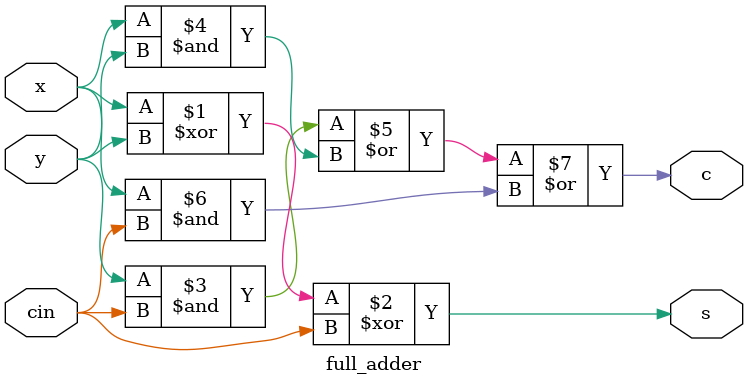
<source format=sv>
`timescale 1ns / 1ps


module N_bit_adder(a,b,sum);
parameter N=32;
input [N-1:0] a,b; 
output[N-1:0] sum;

wire carry_out;
wire [N-1:0] carry;
 genvar i;
 generate 
 for(i=0;i<N;i++)
  begin: N_bit_adder
  
 if(i==0)
 half_adder f(a[0],b[0],sum[0],carry[0]);
  else 
 full_adder f(a[i],b[i],sum[i],carry[i]);
   end  
 assign carry_out = carry[N-1];
 endgenerate 
endmodule


module half_adder(x,y,s,c);
input x,y;
output s,c;

assign s=x^y;
assign c=x&y;
endmodule 

module full_adder(x,y,cin,s,c);
input x,y,cin;
output s,c;

assign s=(x^y)^cin;
assign c=(y&cin)|(x&y)|(x&cin);
endmodule

</source>
